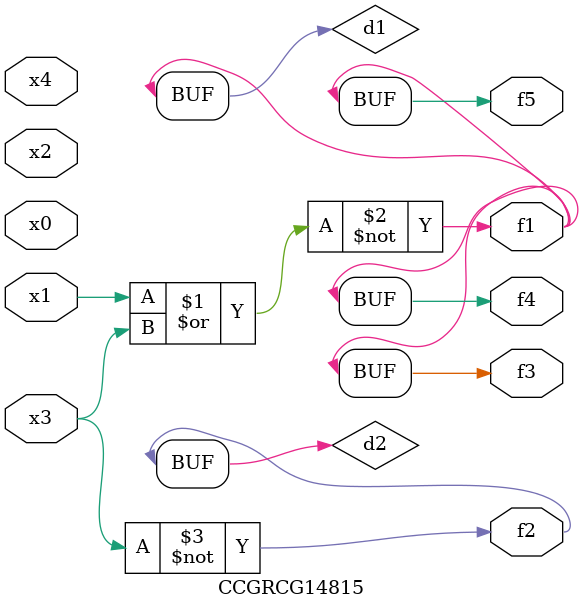
<source format=v>
module CCGRCG14815(
	input x0, x1, x2, x3, x4,
	output f1, f2, f3, f4, f5
);

	wire d1, d2;

	nor (d1, x1, x3);
	not (d2, x3);
	assign f1 = d1;
	assign f2 = d2;
	assign f3 = d1;
	assign f4 = d1;
	assign f5 = d1;
endmodule

</source>
